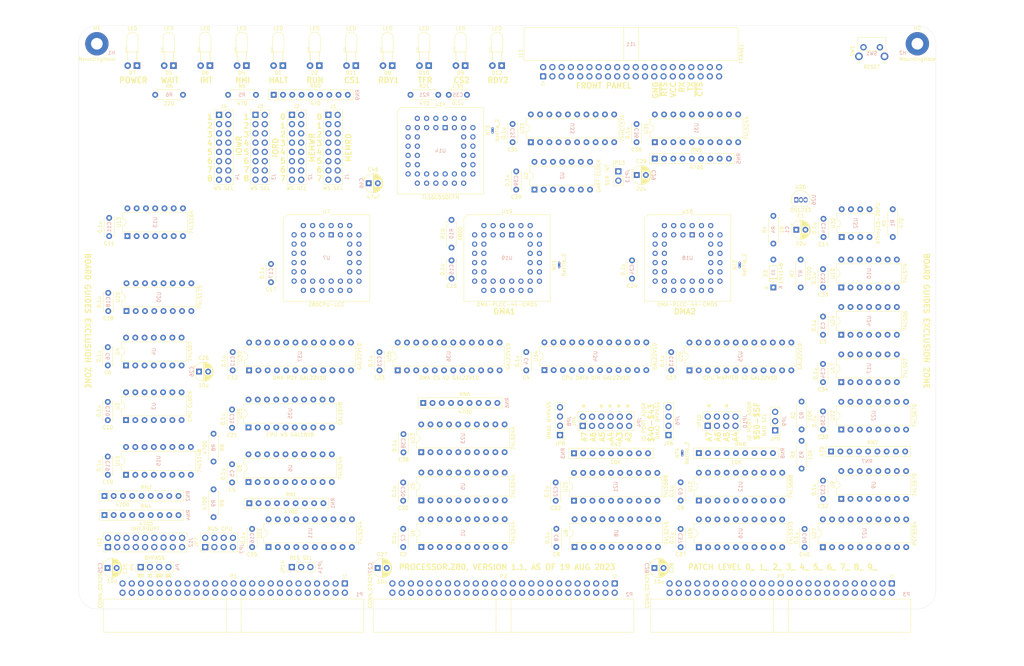
<source format=kicad_pcb>
(kicad_pcb (version 20211014) (generator pcbnew)
  (layers (0 "F.Cu" signal) (31 "B.Cu" signal) (34 "B.Paste" user) (35 "F.Paste" user) (36 "B.SilkS" user "B.Silkscreen") (37 "F.SilkS" user "F.Silkscreen") (38 "B.Mask" user) (39 "F.Mask" user) (44 "Edge.Cuts" user))
  (net 0 "")
  (net 1 "GND")
  (net 2 "VCC")
  (net 3 "Net-(D2-Pad1)")
  (net 4 "Net-(D4-Pad2)")
  (net 5 "Net-(D5-Pad2)")
  (net 6 "Net-(D8-Pad1)")
  (net 7 "Net-(D1-Pad1)")
  (net 8 "Net-(D4-Pad1)")
  (net 9 "Net-(D10-Pad2)")
  (net 10 "Net-(R21-Pad2)")
  (net 11 "Net-(U15-Pad7)")
  (net 12 "Net-(U15-Pad6)")
  (net 13 "Net-(U15-Pad9)")
  (net 14 "~{WAIT}")
  (net 15 "~{INT0}")
  (net 16 "~{TEND1}")
  (net 17 "~{TEND0}")
  (net 18 "~{DREQ1}")
  (net 19 "~{DREQ0}")
  (net 20 "~{IEI}")
  (net 21 "-12V")
  (net 22 "~{EIRQ0}")
  (net 23 "~{EIRQ1}")
  (net 24 "~{EIRQ2}")
  (net 25 "~{EIRQ3}")
  (net 26 "~{EIRQ4}")
  (net 27 "~{EIRQ5}")
  (net 28 "~{EIRQ6}")
  (net 29 "~{EIRQ7}")
  (net 30 "~{RFSH}")
  (net 31 "~{HALT}")
  (net 32 "~{BUSRQ}")
  (net 33 "/bus/CRUCLK")
  (net 34 "~{NMI}")
  (net 35 "CLK")
  (net 36 "~{BUSACK}")
  (net 37 "~{M1}")
  (net 38 "~{MREQ}")
  (net 39 "~{IORQ}")
  (net 40 "~{WR}")
  (net 41 "~{RD}")
  (net 42 "A0")
  (net 43 "A1")
  (net 44 "A2")
  (net 45 "A3")
  (net 46 "A4")
  (net 47 "A5")
  (net 48 "A6")
  (net 49 "A7")
  (net 50 "A8")
  (net 51 "A9")
  (net 52 "A10")
  (net 53 "A11")
  (net 54 "A12")
  (net 55 "A13")
  (net 56 "A14")
  (net 57 "A15")
  (net 58 "+12V")
  (net 59 "D0")
  (net 60 "D1")
  (net 61 "D2")
  (net 62 "D3")
  (net 63 "D4")
  (net 64 "D5")
  (net 65 "D6")
  (net 66 "D7")
  (net 67 "Net-(JP4-Pad12)")
  (net 68 "Net-(JP4-Pad10)")
  (net 69 "Net-(JP4-Pad8)")
  (net 70 "Net-(JP4-Pad6)")
  (net 71 "Net-(JP4-Pad4)")
  (net 72 "Net-(JP4-Pad2)")
  (net 73 "ONE")
  (net 74 "ZERO")
  (net 75 "Net-(D9-Pad1)")
  (net 76 "Net-(D11-Pad1)")
  (net 77 "Net-(D12-Pad1)")
  (net 78 "Net-(RN3-Pad8)")
  (net 79 "Net-(JP7-Pad7)")
  (net 80 "Net-(JP7-Pad5)")
  (net 81 "Net-(JP7-Pad3)")
  (net 82 "Net-(JP7-Pad1)")
  (net 83 "~{BAO}")
  (net 84 "Net-(J11-Pad19)")
  (net 85 "Net-(J11-Pad17)")
  (net 86 "Net-(J11-Pad15)")
  (net 87 "WS-MEMRD")
  (net 88 "WS-MEMWR")
  (net 89 "WS-IORD")
  (net 90 "WS-IOWR")
  (net 91 "~{IM2-EN}")
  (net 92 "~{DMA-BAO2}")
  (net 93 "~{DMA-IEO2}")
  (net 94 "~{CPU-BUSACK}")
  (net 95 "~{DMA-IEI1}")
  (net 96 "~{DMA-INT-PULSE1}")
  (net 97 "~{DMA-INT-PULSE2}")
  (net 98 "~{CPU-IORQ}")
  (net 99 "~{DMA-ADDR}")
  (net 100 "~{CPU-RESET}")
  (net 101 "BUSACK")
  (net 102 "CPU-A1")
  (net 103 "CPU-A0")
  (net 104 "READY")
  (net 105 "~{IM2-INT}")
  (net 106 "~{CPU-WAIT}")
  (net 107 "~{CPU-M1}")
  (net 108 "~{CPU-RFSH}")
  (net 109 "~{CPU-WR}")
  (net 110 "~{CPU-BUSRQ}")
  (net 111 "~{CPU-RD}")
  (net 112 "~{CPU-MREQ}")
  (net 113 "~{BUS-EN}")
  (net 114 "DATA-DIR")
  (net 115 "~{MR}")
  (net 116 "~{DMA-CS2}")
  (net 117 "~{DMA-CS1}")
  (net 118 "DMA-RDY2")
  (net 119 "~{DMA-RESET2}")
  (net 120 "DMA-RDY1")
  (net 121 "~{DMA-RESET1}")
  (net 122 "RDY_Q1")
  (net 123 "~{USR-RESET2}")
  (net 124 "~{USR-RESET1}")
  (net 125 "RDY_Q0")
  (net 126 "~{DMA_RDY_WR}")
  (net 127 "~{FP-LATCH-RD}")
  (net 128 "DATA_XFER")
  (net 129 "FP-LATCH-WR")
  (net 130 "~{FP-LATCH}")
  (net 131 "~{CE_DMA_RDY}")
  (net 132 "Net-(JP9-Pad2)")
  (net 133 "/waitstate/7WS")
  (net 134 "/waitstate/6WS")
  (net 135 "/waitstate/5WS")
  (net 136 "/waitstate/4WS")
  (net 137 "/waitstate/3WS")
  (net 138 "/waitstate/2WS")
  (net 139 "/waitstate/1WS")
  (net 140 "/waitstate/8WS")
  (net 141 "/fpanel/FP-D7")
  (net 142 "/fpanel/FP-D6")
  (net 143 "/fpanel/FP-D5")
  (net 144 "/fpanel/FP-D4")
  (net 145 "/fpanel/FP-D3")
  (net 146 "/fpanel/FP-D2")
  (net 147 "/fpanel/FP-D1")
  (net 148 "/fpanel/FP-D0")
  (net 149 "~{DMA-BAO1}")
  (net 150 "~{DMA-IEO1}")
  (net 151 "/DMA/GND-DMA1")
  (net 152 "/DMA/GND-DMA2")
  (net 153 "CPU-A3")
  (net 154 "CPU-A4")
  (net 155 "CPU-A2")
  (net 156 "CPU-A5")
  (net 157 "CPU-A6")
  (net 158 "CPU-A7")
  (net 159 "RAW-CLK")
  (net 160 "CPU-A11")
  (net 161 "CPU-A12")
  (net 162 "CPU-A10")
  (net 163 "CPU-A13")
  (net 164 "CPU-A9")
  (net 165 "CPU-A14")
  (net 166 "CPU-A8")
  (net 167 "CPU-A15")
  (net 168 "~{CPU-NMI}")
  (net 169 "~{CPU-INT}")
  (net 170 "~{CPU-HALT}")
  (net 171 "CPU-D1")
  (net 172 "CPU-D7")
  (net 173 "CPU-D6")
  (net 174 "CPU-D3")
  (net 175 "CPU-D0")
  (net 176 "CPU-D2")
  (net 177 "CPU-D5")
  (net 178 "CPU-D4")
  (net 179 "Net-(JP10-Pad8)")
  (net 180 "Net-(JP10-Pad6)")
  (net 181 "Net-(JP10-Pad4)")
  (net 182 "Net-(JP10-Pad2)")
  (net 183 "A16")
  (net 184 "A17")
  (net 185 "A18")
  (net 186 "A19")
  (net 187 "A20")
  (net 188 "A21")
  (net 189 "mA21")
  (net 190 "mA20")
  (net 191 "mA19")
  (net 192 "mA18")
  (net 193 "mA17")
  (net 194 "mA16")
  (net 195 "mA15")
  (net 196 "mA14")
  (net 197 "~{CS_MAP}")
  (net 198 "SEL-A14")
  (net 199 "SEL-A15")
  (net 200 "~{IEO}")
  (net 201 "~{BAI}")
  (net 202 "~{IM2-IEO}")
  (net 203 "IO-SEL")
  (net 204 "~{PAGE_WR}")
  (net 205 "~{PAGE_EN}")
  (net 206 "~{PGEN_WR}")
  (net 207 "INT")
  (net 208 "RESET")
  (net 209 "Net-(RN8-Pad6)")
  (net 210 "~{CS_IO}")
  (net 211 "470H")
  (net 212 "470G")
  (net 213 "470E")
  (net 214 "470F")
  (net 215 "470A")
  (net 216 "470D")
  (net 217 "470C")
  (net 218 "470B")
  (net 219 "10KA")
  (net 220 "UART-CLK")
  (net 221 "Net-(U14-Pad10)")
  (net 222 "Net-(JP13-Pad2)")
  (net 229 "/mapper/~{A}")
  (net 230 "/bus/E")
  (net 231 "/bus/ST")
  (net 232 "/bus/PHI")
  (net 233 "/bus/~{INT2}")
  (net 234 "/bus/~{INT1}")
  (net 235 "~{RES_IN}")
  (net 236 "/bus/CRUOUT")
  (net 237 "/bus/CRUIN")
  (net 238 "~{RES_OUT}")
  (net 239 "/bus/USER8")
  (net 240 "/bus/USER7")
  (net 241 "/bus/USER6")
  (net 242 "/bus/USER5")
  (net 243 "/bus/USER4")
  (net 244 "/bus/USER3")
  (net 245 "/bus/USER2")
  (net 246 "/bus/USER1")
  (net 247 "/bus/USER0")
  (net 248 "Net-(J12-Pad1)")
  (net 249 "I2C_SDA")
  (net 250 "/bus/A31")
  (net 251 "/bus/A30")
  (net 252 "/bus/A29")
  (net 253 "/bus/A28")
  (net 254 "/bus/A27")
  (net 255 "/bus/A26")
  (net 256 "/bus/A25")
  (net 257 "/bus/A24")
  (net 258 "/bus/A23")
  (net 259 "/bus/A22")
  (net 260 "/bus/IC3")
  (net 261 "/bus/IC2")
  (net 262 "/bus/IC1")
  (net 263 "/bus/IC0")
  (net 264 "/bus/AUXCLK1")
  (net 265 "/bus/AUXCLK0")
  (net 266 "/bus/D15")
  (net 267 "/bus/D31")
  (net 268 "/bus/D14")
  (net 269 "/bus/D30")
  (net 270 "/bus/D13")
  (net 271 "/bus/D29")
  (net 272 "/bus/D12")
  (net 273 "/bus/D28")
  (net 274 "/bus/D11")
  (net 275 "/bus/D27")
  (net 276 "/bus/D10")
  (net 277 "/bus/D26")
  (net 278 "/bus/D9")
  (net 279 "/bus/D25")
  (net 280 "/bus/D8")
  (net 281 "/bus/D24")
  (net 282 "/bus/D23")
  (net 283 "/bus/D22")
  (net 284 "/bus/D21")
  (net 285 "/bus/D20")
  (net 286 "/bus/D19")
  (net 287 "/bus/D18")
  (net 288 "/bus/D17")
  (net 289 "/bus/D16")
  (net 290 "/bus/~{BUSERR}")
  (net 291 "/bus/UDS")
  (net 292 "/bus/~{VPA}")
  (net 293 "/bus/LDS")
  (net 294 "/bus/~{VMA}")
  (net 295 "/bus/S2")
  (net 296 "/bus/~{BHE}")
  (net 297 "/bus/S1")
  (net 298 "/bus/IPL2")
  (net 299 "/bus/S0")
  (net 300 "/bus/IPL1")
  (net 301 "/bus/AUXCLK3")
  (net 302 "/bus/IPL0")
  (net 303 "/bus/AUXCLK2")
  (net 304 "I2C_SCL")
  (net 355 "~{INT-I2C}")
  (net 356 "INT-I2C")
  (net 358 "~{CS_I2C_WR}")
  (net 390 "~{CS_I2C}")
  (net 393 "~{RTS}")
  (net 394 "RX")
  (net 395 "TX")
  (net 396 "~{CTS}")
  (net 397 "~{CS_UART}")
  (net 398 "~{WAIT-EN}")
  (net 399 "~{EXT_RES}")
  (net 400 "~{IM2-EN-OE}")
  (net 401 "~{INT0-EN}")
  (net 402 "Net-(J11-Pad5)")
  (net 403 "Net-(J11-Pad7)")
  (net 404 "Net-(J11-Pad9)")
  (net 405 "Net-(J11-Pad11)")
  (net 406 "Net-(J11-Pad13)")
  (footprint "Connector_IDC:IDC-Header_2x25_P2.54mm_Horizontal" (layer "F.Cu") (at 108 223 -90)
    (fp_text reference "P1")
    (fp_text value "CONN_02X25")
  )
  (footprint "Capacitor_THT:C_Disc_D5.0mm_W2.5mm_P5.00mm" (layer "F.Cu") (at 124 208 -90)
    (fp_text reference "C2")
    (fp_text value "0.1u")
  )
  (footprint "Capacitor_THT:C_Disc_D5.0mm_W2.5mm_P5.00mm" (layer "F.Cu") (at 239.125 149.8 -90)
    (fp_text reference "C3")
    (fp_text value "0.1u")
  )
  (footprint "Capacitor_THT:C_Disc_D5.0mm_W2.5mm_P5.00mm" (layer "F.Cu") (at 157.75 159.55 -90)
    (fp_text reference "C4")
    (fp_text value "0.1u")
  )
  (footprint "Capacitor_THT:C_Disc_D5.0mm_W2.5mm_P5.00mm" (layer "F.Cu") (at 77.075 190.3 -90)
    (fp_text reference "C5")
    (fp_text value "0.1u")
  )
  (footprint "Capacitor_THT:C_Disc_D5.0mm_W2.5mm_P5.00mm" (layer "F.Cu") (at 43 158.2 -90)
    (fp_text reference "C6")
    (fp_text value "0.1u")
  )
  (footprint "Capacitor_THT:C_Disc_D5.0mm_W2.5mm_P5.00mm" (layer "F.Cu") (at 166 208 -90)
    (fp_text reference "C8")
    (fp_text value "0.1u")
  )
  (footprint "Capacitor_THT:C_Disc_D5.0mm_W2.5mm_P5.00mm" (layer "F.Cu") (at 200.075 195.25 -90)
    (fp_text reference "C9")
    (fp_text value "0.1u")
  )
  (footprint "Capacitor_THT:C_Disc_D5.0mm_W2.5mm_P5.00mm" (layer "F.Cu") (at 43 173.2 -90)
    (fp_text reference "C10")
    (fp_text value "0.1u")
  )
  (footprint "Capacitor_THT:C_Disc_D5.0mm_W2.5mm_P5.00mm" (layer "F.Cu") (at 43.375 122.75 -90)
    (fp_text reference "C11")
    (fp_text value "0.1u")
  )
  (footprint "Capacitor_THT:C_Disc_D5.0mm_W2.5mm_P5.00mm" (layer "F.Cu") (at 239.25 123 -90)
    (fp_text reference "C14")
    (fp_text value "0.1u")
  )
  (footprint "Capacitor_THT:C_Disc_D5.0mm_W2.5mm_P5.00mm" (layer "F.Cu") (at 137.25 134.4 -90)
    (fp_text reference "C15")
    (fp_text value "0.1u")
  )
  (footprint "Capacitor_THT:CP_Radial_D5.0mm_P2.50mm" (layer "F.Cu") (at 42.9296 218.75)
    (fp_text reference "C25")
    (fp_text value "10u")
  )
  (footprint "Capacitor_THT:CP_Radial_D5.0mm_P2.50mm" (layer "F.Cu") (at 68.0199 164.9)
    (fp_text reference "C26")
    (fp_text value "10u")
  )
  (footprint "Capacitor_THT:C_Disc_D5.0mm_W2.5mm_P5.00mm" (layer "F.Cu") (at 87.75 135.39 -90)
    (fp_text reference "C17")
    (fp_text value "0.1u")
  )
  (footprint "Capacitor_THT:C_Disc_D5.0mm_W2.5mm_P5.00mm" (layer "F.Cu") (at 124 195.3 -90)
    (fp_text reference "C20")
    (fp_text value "0.1u")
  )
  (footprint "Capacitor_THT:C_Disc_D5.0mm_W2.5mm_P5.00mm" (layer "F.Cu") (at 77.075 175.3 -90)
    (fp_text reference "C21")
    (fp_text value "0.1u")
  )
  (footprint "Capacitor_THT:C_Disc_D5.0mm_W2.5mm_P5.00mm" (layer "F.Cu") (at 165.825 195.3 -90)
    (fp_text reference "C22")
    (fp_text value "0.1u")
  )
  (footprint "Capacitor_THT:C_Disc_D5.0mm_W2.5mm_P5.00mm" (layer "F.Cu") (at 117.5 159.55 -90)
    (fp_text reference "C23")
    (fp_text value "0.1u")
  )
  (footprint "Capacitor_THT:CP_Radial_D5.0mm_P2.50mm" (layer "F.Cu") (at 117 218.75)
    (fp_text reference "C27")
    (fp_text value "10u")
  )
  (footprint "Capacitor_THT:CP_Radial_D5.0mm_P2.50mm" (layer "F.Cu") (at 192.8847 218.75)
    (fp_text reference "C28")
    (fp_text value "10u")
  )
  (footprint "Capacitor_THT:CP_Radial_D5.0mm_P2.50mm" (layer "F.Cu") (at 188.0449 111)
    (fp_text reference "C29")
    (fp_text value "22u")
  )
  (footprint "LED_THT:LED_D3.0mm_Horizontal_O3.81mm_Z2.0mm" (layer "F.Cu") (at 81 81 180)
    (fp_text reference "D4")
    (fp_text value "LED")
  )
  (footprint "LED_THT:LED_D3.0mm_Horizontal_O3.81mm_Z2.0mm" (layer "F.Cu") (at 61 81 180)
    (fp_text reference "D5")
    (fp_text value "LED")
  )
  (footprint "LED_THT:LED_D3.0mm_Horizontal_O3.81mm_Z2.0mm" (layer "F.Cu") (at 71 81 180)
    (fp_text reference "D6")
    (fp_text value "LED")
  )
  (footprint "LED_THT:LED_D3.0mm_Horizontal_O3.81mm_Z2.0mm" (layer "F.Cu") (at 91 81 180)
    (fp_text reference "D1")
    (fp_text value "LED")
  )
  (footprint "LED_THT:LED_D3.0mm_Horizontal_O3.81mm_Z2.0mm" (layer "F.Cu") (at 101 81 180)
    (fp_text reference "D2")
    (fp_text value "LED")
  )
  (footprint "Resistor_THT:R_Axial_DIN0207_L6.3mm_D2.5mm_P7.62mm_Horizontal" (layer "F.Cu") (at 76 89)
    (fp_text reference "R5")
    (fp_text value "470")
  )
  (footprint "Resistor_THT:R_Axial_DIN0207_L6.3mm_D2.5mm_P7.62mm_Horizontal" (layer "F.Cu") (at 56 89)
    (fp_text reference "R6")
    (fp_text value "220")
  )
  (footprint "Resistor_THT:R_Array_SIP9" (layer "F.Cu") (at 42.075 199)
    (fp_text reference "RN2")
    (fp_text value "4700")
  )
  (footprint "Package_DIP:DIP-14_W7.62mm" (layer "F.Cu") (at 48 163.2 90)
    (fp_text reference "U4")
    (fp_text value "74LS07")
  )
  (footprint "Package_DIP:DIP-20_W7.62mm" (layer "F.Cu") (at 128.975 200.2 90)
    (fp_text reference "U5")
    (fp_text value "74LS244")
  )
  (footprint "Package_DIP:DIP-20_W7.62mm" (layer "F.Cu") (at 81.575 195.2 90)
    (fp_text reference "U6")
    (fp_text value "74LS244")
  )
  (footprint "Package_DIP:DIP-20_W7.62mm" (layer "F.Cu") (at 171 213 90)
    (fp_text reference "U8")
    (fp_text value "74LS245")
  )
  (footprint "Package_DIP:DIP-16_W7.62mm" (layer "F.Cu") (at 48 193.2 90)
    (fp_text reference "U15")
    (fp_text value "74LS148")
  )
  (footprint "Package_DIP:DIP-20_W7.62mm" (layer "F.Cu") (at 128.975 213 90)
    (fp_text reference "U1")
    (fp_text value "74LS244")
  )
  (footprint "Connector_IDC:IDC-Header_2x25_P2.54mm_Horizontal" (layer "F.Cu") (at 182 223 -90)
    (fp_text reference "P2")
    (fp_text value "CONN_02X25")
  )
  (footprint "MountingHole:MountingHole_3.2mm_M3_Pad" (layer "F.Cu") (at 265 75)
    (fp_text reference "H2")
    (fp_text value "MountingHole")
  )
  (footprint "Resistor_THT:R_Array_SIP9" (layer "F.Cu") (at 81.8 201)
    (fp_text reference "RN1")
    (fp_text value "4700")
  )
  (footprint "Package_DIP:DIP-20_W7.62mm" (layer "F.Cu") (at 87.075 213.025 90)
    (fp_text reference "U11")
    (fp_text value "74LS244")
  )
  (footprint "Package_DIP:DIP-20_W7.62mm" (layer "F.Cu") (at 205.075 213.05 90)
    (fp_text reference "U16")
    (fp_text value "74LS373")
  )
  (footprint "Connector_PinHeader_2.54mm:PinHeader_2x08_P2.54mm_Vertical" (layer "F.Cu") (at 83.5 94.5)
    (fp_text reference "J3")
    (fp_text value "WS SEL")
  )
  (footprint "Connector_PinHeader_2.54mm:PinHeader_2x08_P2.54mm_Vertical" (layer "F.Cu") (at 103.5 94.5)
    (fp_text reference "J1")
    (fp_text value "WS SEL")
  )
  (footprint "Capacitor_THT:C_Disc_D5.0mm_W2.5mm_P5.00mm" (layer "F.Cu") (at 43 188.2 -90)
    (fp_text reference "C19")
    (fp_text value "0.1u")
  )
  (footprint "Capacitor_THT:C_Disc_D5.0mm_W2.5mm_P5.00mm" (layer "F.Cu") (at 43.125 143.3 -90)
    (fp_text reference "C18")
    (fp_text value "0.1u")
  )
  (footprint "Capacitor_THT:C_Disc_D5.0mm_W2.5mm_P5.00mm" (layer "F.Cu") (at 77.25 159.55 -90)
    (fp_text reference "C12")
    (fp_text value "0.1u")
  )
  (footprint "Capacitor_THT:C_Disc_D5.0mm_W2.5mm_P5.00mm" (layer "F.Cu") (at 82.575 208.025 -90)
    (fp_text reference "C16")
    (fp_text value "0.1u")
  )
  (footprint "Package_DIP:DIP-14_W7.62mm" (layer "F.Cu") (at 48 178.2 90)
    (fp_text reference "U3")
    (fp_text value "CPU CLOCK")
  )
  (footprint "MountingHole:MountingHole_3.2mm_M3_Pad" (layer "F.Cu") (at 40 75)
    (fp_text reference "H1")
    (fp_text value "MountingHole")
  )
  (footprint "LED_THT:LED_D3.0mm_Horizontal_O3.81mm_Z2.0mm" (layer "F.Cu") (at 51 81 180)
    (fp_text reference "D7")
    (fp_text value "LED")
  )
  (footprint "Connector_IDC:IDC-Header_2x25_P2.54mm_Horizontal" (layer "F.Cu") (at 258 223 -90)
    (fp_text reference "P3")
    (fp_text value "CONN_02X25")
  )
  (footprint "Package_DIP:DIP-14_W7.62mm" (layer "F.Cu") (at 48.375 127.75 90)
    (fp_text reference "U13")
    (fp_text value "74LS164")
  )
  (footprint "Capacitor_THT:C_Disc_D5.0mm_W2.5mm_P5.00mm" (layer "F.Cu") (at 188 97 -90)
    (fp_text reference "C36")
    (fp_text value "0.1u")
  )
  (footprint "Capacitor_THT:C_Disc_D5.0mm_W2.5mm_P5.00mm" (layer "F.Cu") (at 124.075 182.05 -90)
    (fp_text reference "C38")
    (fp_text value "0.1u")
  )
  (footprint "Capacitor_THT:CP_Radial_D5.0mm_P2.50mm" (layer "F.Cu") (at 114.5449 113.25)
    (fp_text reference "C46")
    (fp_text value "47uF")
  )
  (footprint "LED_THT:LED_D3.0mm_Horizontal_O3.81mm_Z2.0mm" (layer "F.Cu") (at 121 81 180)
    (fp_text reference "D8")
    (fp_text value "LED")
  )
  (footprint "LED_THT:LED_D3.0mm_Horizontal_O3.81mm_Z2.0mm" (layer "F.Cu") (at 131 81 180)
    (fp_text reference "D10")
    (fp_text value "LED")
  )
  (footprint "Connector_PinHeader_2.54mm:PinHeader_2x06_P2.54mm_Vertical" (layer "F.Cu") (at 173.25 179.8 90)
    (fp_text reference "JP4")
    (fp_text value "IO PORT ADDR")
  )
  (footprint "Resistor_THT:R_Axial_DIN0207_L6.3mm_D2.5mm_P7.62mm_Horizontal" (layer "F.Cu") (at 126 89)
    (fp_text reference "R21")
    (fp_text value "470")
  )
  (footprint "Resistor_THT:R_Array_SIP9" (layer "F.Cu") (at 170.825 187.3)
    (fp_text reference "RN3")
    (fp_text value "10K")
  )
  (footprint "Package_DIP:DIP-14_W7.62mm" (layer "F.Cu") (at 244.125 167.8 90)
    (fp_text reference "U17")
    (fp_text value "74LS07")
  )
  (footprint "Package_LCC:PLCC-44_THT-Socket" (layer "F.Cu") (at 153.75 127.4)
    (fp_text reference "U19")
    (fp_text value "DMA-PLCC-44-CMOS")
  )
  (footprint "Package_DIP:DIP-20_W7.62mm" (layer "F.Cu") (at 170.825 200.3 90)
    (fp_text reference "U21")
    (fp_text value "74LS688")
  )
  (footprint "Package_LCC:PLCC-44_THT-Socket" (layer "F.Cu") (at 104.25 127.39)
    (fp_text reference "U7")
    (fp_text value "Z80CPU-LCC")
  )
  (footprint "Connector_PinHeader_2.54mm:PinHeader_2x08_P2.54mm_Vertical" (layer "F.Cu") (at 73.5 94.5)
    (fp_text reference "J4")
    (fp_text value "WS SEL")
  )
  (footprint "Connector_PinHeader_2.54mm:PinHeader_2x08_P2.54mm_Vertical" (layer "F.Cu") (at 93.5 94.5)
    (fp_text reference "J2")
    (fp_text value "WS SEL")
  )
  (footprint "Capacitor_THT:CP_Radial_D5.0mm_P2.50mm" (layer "F.Cu") (at 231.7949 126)
    (fp_text reference "C1")
    (fp_text value "10u")
  )
  (footprint "LED_THT:LED_D3.0mm_Horizontal_O3.81mm_Z2.0mm" (layer "F.Cu") (at 141 81 180)
    (fp_text reference "D9")
    (fp_text value "LED")
  )
  (footprint "LED_THT:LED_D3.0mm_Horizontal_O3.81mm_Z2.0mm" (layer "F.Cu") (at 111 81 180)
    (fp_text reference "D11")
    (fp_text value "LED")
  )
  (footprint "LED_THT:LED_D3.0mm_Horizontal_O3.81mm_Z2.0mm" (layer "F.Cu") (at 151 81 180)
    (fp_text reference "D12")
    (fp_text value "LED")
  )
  (footprint "Package_DIP:DIP-14_W7.62mm" (layer "F.Cu") (at 244.125 154.8 90)
    (fp_text reference "U24")
    (fp_text value "74LS06")
  )
  (footprint "Connector_PinHeader_2.54mm:PinHeader_2x04_P2.54mm_Vertical" (layer "F.Cu") (at 69.7 213.025 90)
    (fp_text reference "JP7")
    (fp_text value "BUS CPU")
  )
  (footprint "Resistor_THT:R_Array_SIP9" (layer "F.Cu") (at 42.075 204.25)
    (fp_text reference "RN4")
    (fp_text value "4700")
  )
  (footprint "Connector_IDC:IDC-Header_2x20_P2.54mm_Horizontal" (layer "F.Cu") (at 162.37 83.9475 90)
    (fp_text reference "J11")
    (fp_text value "FPANEL")
  )
  (footprint "Resistor_THT:R_Axial_DIN0207_L6.3mm_D2.5mm_P7.62mm_Horizontal" (layer "F.Cu") (at 137.25 130.9 90)
    (fp_text reference "R10")
    (fp_text value "1800")
  )
  (footprint "Resistor_THT:R_Array_SIP9" (layer "F.Cu") (at 193 106.5)
    (fp_text reference "RN5")
    (fp_text value "4700")
  )
  (footprint "Package_DIP:DIP-20_W7.62mm" (layer "F.Cu") (at 193 102 90)
    (fp_text reference "U31")
    (fp_text value "74LS244")
  )
  (footprint "Connector_PinHeader_2.54mm:PinHeader_1x04_P2.54mm_Vertical" (layer "F.Cu") (at 167 182.3 180)
    (fp_text reference "JP8")
    (fp_text value "DMA1 BYPASS")
  )
  (footprint "Resistor_THT:R_Array_SIP9" (layer "F.Cu") (at 129.5 173.5)
    (fp_text reference "RN6")
    (fp_text value "4700")
  )
  (footprint "Package_DIP:DIP-24_W7.62mm" (layer "F.Cu") (at 162.725 164.5 90)
    (fp_text reference "U34")
    (fp_text value "GAL22V10")
  )
  (footprint "Package_DIP:DIP-20_W7.62mm" (layer "F.Cu") (at 81.575 180.2 90)
    (fp_text reference "U35")
    (fp_text value "GAL16V8")
  )
  (footprint "Package_DIP:DIP-24_W7.62mm" (layer "F.Cu") (at 122.5 164.55 90)
    (fp_text reference "U36")
    (fp_text value "GAL22V10")
  )
  (footprint "Package_DIP:DIP-20_W7.62mm" (layer "F.Cu") (at 159 102 90)
    (fp_text reference "U33")
    (fp_text value "74HCT374")
  )
  (footprint "Package_DIP:DIP-24_W7.62mm" (layer "F.Cu") (at 81.75 164.55 90)
    (fp_text reference "U37")
    (fp_text value "GAL22V10")
  )
  (footprint "Package_DIP:DIP-16_W7.62mm" (layer "F.Cu") (at 48.125 148.3 90)
    (fp_text reference "U20")
    (fp_text value "74LS175")
  )
  (footprint "Connector_PinHeader_2.54mm:PinHeader_1x03_P2.54mm_Vertical" (layer "F.Cu") (at 226 181.025 180)
    (fp_text reference "JP9")
    (fp_text value "BAO SEL")
  )
  (footprint "Capacitor_THT:C_Disc_D5.0mm_W2.5mm_P5.00mm" (layer "F.Cu") (at 200.075 208.05 -90)
    (fp_text reference "C37")
    (fp_text value "0.1u")
  )
  (footprint "Connector_PinHeader_2.54mm:PinHeader_2x04_P2.54mm_Vertical" (layer "F.Cu") (at 207.5 179.775 90)
    (fp_text reference "JP10")
    (fp_text value "IO PORT ADDR")
  )
  (footprint "Resistor_THT:R_Array_SIP9" (layer "F.Cu") (at 241.34 186.8)
    (fp_text reference "RN7")
    (fp_text value "470")
  )
  (footprint "Resistor_THT:R_Array_SIP9" (layer "F.Cu") (at 205.075 187.25)
    (fp_text reference "RN8")
    (fp_text value "10K")
  )
  (footprint "Package_DIP:DIP-16_W7.62mm" (layer "F.Cu") (at 244.125 199.8 90)
    (fp_text reference "U9")
    (fp_text value "74LS670")
  )
  (footprint "Package_DIP:DIP-14_W7.62mm" (layer "F.Cu") (at 244.125 141.8 90)
    (fp_text reference "U10")
    (fp_text value "74LS74")
  )
  (footprint "Package_DIP:DIP-20_W7.62mm" (layer "F.Cu") (at 205.075 200.25 90)
    (fp_text reference "U12")
    (fp_text value "74LS688")
  )
  (footprint "Package_DIP:DIP-16_W7.62mm" (layer "F.Cu") (at 244.125 180.8 90)
    (fp_text reference "U22")
    (fp_text value "74LS670")
  )
  (footprint "Package_DIP:DIP-20_W7.62mm" (layer "F.Cu") (at 128.95 187 90)
    (fp_text reference "U23")
    (fp_text value "74LS244")
  )
  (footprint "Package_DIP:DIP-8_W7.62mm" (layer "F.Cu") (at 244.25 128 90)
    (fp_text reference "U32")
    (fp_text value "ATtiny13-20PU")
  )
  (footprint "Capacitor_THT:C_Disc_D5.0mm_W2.5mm_P5.00mm" (layer "F.Cu") (at 239.125 175.8 -90)
    (fp_text reference "C30")
    (fp_text value "0.1u")
  )
  (footprint "Capacitor_THT:C_Disc_D5.0mm_W2.5mm_P5.00mm" (layer "F.Cu") (at 154 97 -90)
    (fp_text reference "C31")
    (fp_text value "0.1u")
  )
  (footprint "Capacitor_THT:C_Disc_D5.0mm_W2.5mm_P5.00mm" (layer "F.Cu") (at 239.125 194.8 -90)
    (fp_text reference "C32")
    (fp_text value "0.1u")
  )
  (footprint "Capacitor_THT:C_Disc_D5.0mm_W2.5mm_P5.00mm" (layer "F.Cu") (at 239.125 136.8 -90)
    (fp_text reference "C33")
    (fp_text value "0.1u")
  )
  (footprint "Capacitor_THT:C_Disc_D5.0mm_W2.5mm_P5.00mm" (layer "F.Cu") (at 239.125 162.8 -90)
    (fp_text reference "C34")
    (fp_text value "0.1u")
  )
  (footprint "Capacitor_THT:C_Disc_D5.0mm_W2.5mm_P5.00mm" (layer "F.Cu") (at 136.5 89)
    (fp_text reference "C35")
    (fp_text value "0.1u")
  )
  (footprint "Package_LCC:PLCC-44_THT-Socket" (layer "F.Cu") (at 135.5 98)
    (fp_text reference "U14")
    (fp_text value "TL16C550CFN")
  )
  (footprint "Package_DIP:DIP-14_W7.62mm" (layer "F.Cu") (at 160 115 90)
    (fp_text reference "U2")
    (fp_text value "UART CLOCK")
  )
  (footprint "Package_DIP:DIP-24_W7.62mm" (layer "F.Cu") (at 202.5 164.55 90)
    (fp_text reference "U25")
    (fp_text value "GAL22V10")
  )
  (footprint "Connector_PinHeader_2.54mm:PinHeader_1x02_P2.54mm_Vertical" (layer "F.Cu") (at 183 110)
    (fp_text reference "JP13")
    (fp_text value "SER INT")
  )
  (footprint "Diode_THT:D_DO-35_SOD27_P7.62mm_Horizontal" (layer "F.Cu") (at 225.5 141.81 90)
    (fp_text reference "D3")
    (fp_text value "1N4148")
  )
  (footprint "Resistor_THT:R_Axial_DIN0207_L6.3mm_D2.5mm_P7.62mm_Horizontal" (layer "F.Cu") (at 225.5 129.81 90)
    (fp_text reference "R4")
    (fp_text value "10")
  )
  (footprint "Button_Switch_THT:SW_Tactile_SPST_Angled_PTS645Vx58-2LFS" (layer "F.Cu") (at 250.225 75.9625)
    (fp_text reference "SW1")
    (fp_text value "RESET")
  )
  (footprint "Capacitor_THT:C_Disc_D5.0mm_W2.5mm_P5.00mm" (layer "F.Cu") (at 155 110 -90)
    (fp_text reference "C39")
    (fp_text value "0.1u")
  )
  (footprint "Resistor_THT:R_Array_SIP9" (layer "F.Cu") (at 88.5 89)
    (fp_text reference "RN9")
    (fp_text value "470")
  )
  (footprint "Resistor_THT:R_Axial_DIN0207_L6.3mm_D2.5mm_P7.62mm_Horizontal" (layer "F.Cu") (at 258.25 128 90)
    (fp_text reference "R1")
    (fp_text value "470")
  )
  (footprint "Package_LCC:PLCC-44_THT-Socket" (layer "F.Cu") (at 203.25 127.4)
    (fp_text reference "U18")
    (fp_text value "DMA-PLCC-44-CMOS")
  )
  (footprint "Connector_PinHeader_2.54mm:PinHeader_1x04_P2.54mm_Vertical" (layer "F.Cu") (at 196.75 182.3 180)
    (fp_text reference "JP6")
    (fp_text value "DMA2 BYPASS")
  )
  (footprint "Capacitor_THT:C_Disc_D5.0mm_W2.5mm_P5.00mm" (layer "F.Cu") (at 197.5 159.55 -90)
    (fp_text reference "C13")
    (fp_text value "0.1u")
  )
  (footprint "Capacitor_THT:C_Disc_D5.0mm_W2.5mm_P5.00mm" (layer "F.Cu") (at 186.75 134.4 -90)
    (fp_text reference "C24")
    (fp_text value "0.1u")
  )
  (footprint "Connector_PinHeader_2.54mm:PinHeader_1x04_P2.54mm_Vertical" (layer "F.Cu") (at 52.018 218.5 90)
    (fp_text reference "P4")
    (fp_text value "BYPASS")
  )
  (footprint "NetTie:NetTie-2_THT_Pad0.3mm" (layer "F.Cu") (at 216.25 136.25 90)
    (fp_text reference "NT2")
    (fp_text value "NetTie_2")
  )
  (footprint "Resistor_THT:R_Axial_DIN0207_L6.3mm_D2.5mm_P7.62mm_Horizontal" (layer "F.Cu") (at 233.25 191.5 90)
    (fp_text reference "R3")
    (fp_text value "10K")
  )
  (footprint "NetTie:NetTie-2_THT_Pad0.3mm" (layer "F.Cu") (at 200.5 187.85 90)
    (fp_text reference "NT4")
    (fp_text value "NetTie_2")
  )
  (footprint "NetTie:NetTie-2_THT_Pad0.3mm" (layer "F.Cu") (at 148.5 99.35 90)
    (fp_text reference "NT3")
    (fp_text value "NetTie_2")
  )
  (footprint "Package_DIP:DIP-20_W7.62mm" (layer "F.Cu") (at 239.075 213.05 90)
    (fp_text reference "U27")
    (fp_text value "PCF8584")
  )
  (footprint "NetTie:NetTie-2_THT_Pad0.3mm" (layer "F.Cu") (at 166.75 136.25 90)
    (fp_text reference "NT1")
    (fp_text value "NetTie_2")
  )
  (footprint "Capacitor_THT:C_Disc_D5.0mm_W2.5mm_P5.00mm" (layer "F.Cu") (at 234.075 208.05 -90)
    (fp_text reference "C40")
    (fp_text value "0.1u")
  )
  (footprint "Resistor_THT:R_Axial_DIN0207_L6.3mm_D2.5mm_P7.62mm_Horizontal" (layer "F.Cu") (at 233 141.81 90)
    (fp_text reference "R7")
    (fp_text value "4700")
  )
  (footprint "Package_TO_SOT_THT:TO-92L_Inline" (layer "F.Cu") (at 231.7949 117.8)
    (fp_text reference "U26")
    (fp_text value "DS1233")
  )
  (footprint "Connector_PinHeader_2.54mm:PinHeader_1x03_P2.54mm_Vertical" (layer "F.Cu") (at 93.475 218.5 90)
    (fp_text reference "JP14")
    (fp_text value "RES SEL")
  )
  (footprint "Resistor_THT:R_Axial_DIN0207_L6.3mm_D2.5mm_P7.62mm_Horizontal" (layer "F.Cu") (at 72 197.19 -90)
    (fp_text reference "R9")
    (fp_text value "4700")
  )
  (footprint "Resistor_THT:R_Axial_DIN0207_L6.3mm_D2.5mm_P7.62mm_Horizontal" (layer "F.Cu") (at 233.25 180.75 90)
    (fp_text reference "R2")
    (fp_text value "10K")
  )
  (footprint "Resistor_THT:R_Axial_DIN0207_L6.3mm_D2.5mm_P7.62mm_Horizontal" (layer "F.Cu") (at 72 181.94 -90)
    (fp_text reference "R8")
    (fp_text value "4700")
  )
  (footprint "Connector_PinHeader_2.54mm:PinHeader_2x09_P2.54mm_Vertical" (layer "F.Cu") (at 43.05 213.025 90)
    (fp_text reference "J12")
    (fp_text value "INTERRUPT")
  )
  (gr_line (start 35 75) (end 35 225) (layer "Edge.Cuts") (width 0.05))
  (gr_line (start 40 230) (end 265 230) (layer "Edge.Cuts") (width 0.05))
  (gr_line (start 270 225) (end 270 75) (layer "Edge.Cuts") (width 0.05))
  (gr_line (start 265 70) (end 40 70) (layer "Edge.Cuts") (width 0.05))
  (gr_arc (start 270 225) (mid 268.535534 228.535534) (end 265 230) (layer "Edge.Cuts") (width 0.05))
  (gr_arc (start 40 230) (mid 36.464466 228.535534) (end 35 225) (layer "Edge.Cuts") (width 0.05))
  (gr_arc (start 35 75) (mid 36.464466 71.464466) (end 40 70) (layer "Edge.Cuts") (width 0.05))
  (gr_arc (start 265 70) (mid 268.535534 71.464466) (end 270 75) (layer "Edge.Cuts") (width 0.05))
  (gr_text "BOARD GUIDES EXCLUSION ZONE" (at 37.5 151 -90) (layer "F.SilkS") (effects (font (size 1.5 1.5) (thickness 0.3))))
  (gr_text "CS1" (at 110 85) (layer "F.SilkS") (effects (font (size 1.5 1.5) (thickness 0.3))))
  (gr_text "RDY2" (at 150 85) (layer "F.SilkS") (effects (font (size 1.5 1.5) (thickness 0.3))))
  (gr_text "DMA1" (at 151.75 148.4) (layer "F.SilkS") (effects (font (size 1.5 1.5) (thickness 0.3))))
  (gr_text "1\n2\n3\n4\n5\n6\n7\n8" (at 71 103.5) (layer "F.SilkS") (effects (font (size 1.5 1.5) (thickness 0.3))))
  (gr_text "1\n2\n3\n4\n5\n6\n7\n8" (at 81 103.5) (layer "F.SilkS") (effects (font (size 1.5 1.5) (thickness 0.3))))
  (gr_text "0\n1\n2\n3\n4\n5\n6\n7" (at 91 103.5) (layer "F.SilkS") (effects (font (size 1.5 1.5) (thickness 0.3))))
  (gr_text "A7\nA6\nA5\nA4" (at 211.5 182.75 90) (layer "F.SilkS") (effects (font (size 1.5 1.5) (thickness 0.3))))
  (gr_text "~{IEI}" (at 54.558 221) (layer "F.SilkS") (effects (font (size 0.7 0.7) (thickness 0.175))))
  (gr_text "~{BAO}" (at 57.098 221) (layer "F.SilkS") (effects (font (size 0.7 0.7) (thickness 0.175))))
  (gr_text "~{BAI}" (at 59.638 221) (layer "F.SilkS") (effects (font (size 0.7 0.7) (thickness 0.175))))
  (gr_text "POWER" (at 50 85) (layer "F.SilkS") (effects (font (size 1.5 1.5) (thickness 0.3))))
  (gr_text "BOARD GUIDES EXCLUSION ZONE" (at 267.5 151 -90) (layer "F.SilkS") (effects (font (size 1.5 1.5) (thickness 0.3))))
  (gr_text "RDY1" (at 120 85) (layer "F.SilkS") (effects (font (size 1.5 1.5) (thickness 0.3))))
  (gr_text "TFR" (at 130 85) (layer "F.SilkS") (effects (font (size 1.5 1.5) (thickness 0.3))))
  (gr_text "~{IEO}" (at 52 221) (layer "F.SilkS") (effects (font (size 0.7 0.7) (thickness 0.175))))
  (gr_text "GND\n~{RTS}\nVCC\nRX\nTX\n~{CTS}" (at 199.25 85.25 90) (layer "F.SilkS") (effects (font (size 1.5 1.5) (thickness 0.3)) (justify right)))
  (gr_text "DMA2" (at 201.25 148.4) (layer "F.SilkS") (effects (font (size 1.5 1.5) (thickness 0.3))))
  (gr_text "IORD" (at 89 103.5 90) (layer "F.SilkS") (effects (font (size 1.5 1.5) (thickness 0.3))))
  (gr_text "PROCESSOR.Z80, VERSION 1.1, AS OF 19 AUG 2023" (at 152.5 218.5) (layer "F.SilkS") (effects (font (size 1.5 1.5) (thickness 0.3))))
  (gr_text "CS2" (at 140 85) (layer "F.SilkS") (effects (font (size 1.5 1.5) (thickness 0.3))))
  (gr_text "INT" (at 70 85) (layer "F.SilkS") (effects (font (size 1.5 1.5) (thickness 0.3))))
  (gr_text "NMI" (at 80 85) (layer "F.SilkS") (effects (font (size 1.5 1.5) (thickness 0.3))))
  (gr_text "DMA RDY GAL22V10" (at 95.6 166.6) (layer "F.SilkS") (effects (font (size 1 1))))
  (gr_text "*\n\n*\n*\n*\n*" (at 180 174.3 90) (layer "F.SilkS") (effects (font (size 1.5 1.5) (thickness 0.3))))
  (gr_text "0\n1\n2\n3\n4\n5\n6\n7" (at 101 103.5) (layer "F.SilkS") (effects (font (size 1.5 1.5) (thickness 0.3))))
  (gr_text "$50-$5F" (at 221 178.5 90) (layer "F.SilkS") (effects (font (size 1.5 1.5) (thickness 0.3))))
  (gr_text "RUN" (at 99.8 85) (layer "F.SilkS") (effects (font (size 1.5 1.5) (thickness 0.3))))
  (gr_text "MEMWR" (at 99 103.5 90) (layer "F.SilkS") (effects (font (size 1.5 1.5) (thickness 0.3))))
  (gr_text "IOWR" (at 79 103 90) (layer "F.SilkS") (effects (font (size 1.5 1.5) (thickness 0.3))))
  (gr_text "FRONT PANEL" (at 179 86.5) (layer "F.SilkS") (effects (font (size 1.5 1.5) (thickness 0.3))))
  (gr_text "A7\nA6\nA5\nA4\nA3\nA2" (at 179.75 182.8 90) (layer "F.SilkS") (effects (font (size 1.5 1.5) (thickness 0.3))))
  (gr_text "PATCH LEVEL 0_ 1_ 2_ 3_ 4_ 5_ 6_ 7_ 8_ 9_" (at 228 218.5) (layer "F.SilkS") (effects (font (size 1.5 1.5) (thickness 0.3))))
  (gr_text "WAIT" (at 60 85) (layer "F.SilkS") (effects (font (size 1.5 1.5) (thickness 0.3))))
  (gr_text "DMA CS V2 GAL22V10" (at 136.6 166.6) (layer "F.SilkS") (effects (font (size 1 1))))
  (gr_text "HALT" (at 89.8 85) (layer "F.SilkS") (effects (font (size 1.5 1.5) (thickness 0.3))))
  (gr_text "CPU DATA DIR GAL22V10" (at 176.8 166.6) (layer "F.SilkS") (effects (font (size 1 1))))
  (gr_text "MEMRD" (at 109 103.5 90) (layer "F.SilkS") (effects (font (size 1.5 1.5) (thickness 0.3))))
  (gr_text "$40-$43" (at 192 179 90) (layer "F.SilkS") (effects (font (size 1.5 1.5) (thickness 0.3))))
  (gr_text "CPU MAPPER V2 GAL22V10" (at 216.4 166.6) (layer "F.SilkS") (effects (font (size 1 1))))
  (gr_text "CPU WS GAL16V8" (at 93 182.2) (layer "F.SilkS") (effects (font (size 1 1))))
  (gr_text "*\n\n*" (at 210.75 174.25 90) (layer "F.SilkS") (effects (font (size 1.5 1.5) (thickness 0.3))))
)
</source>
